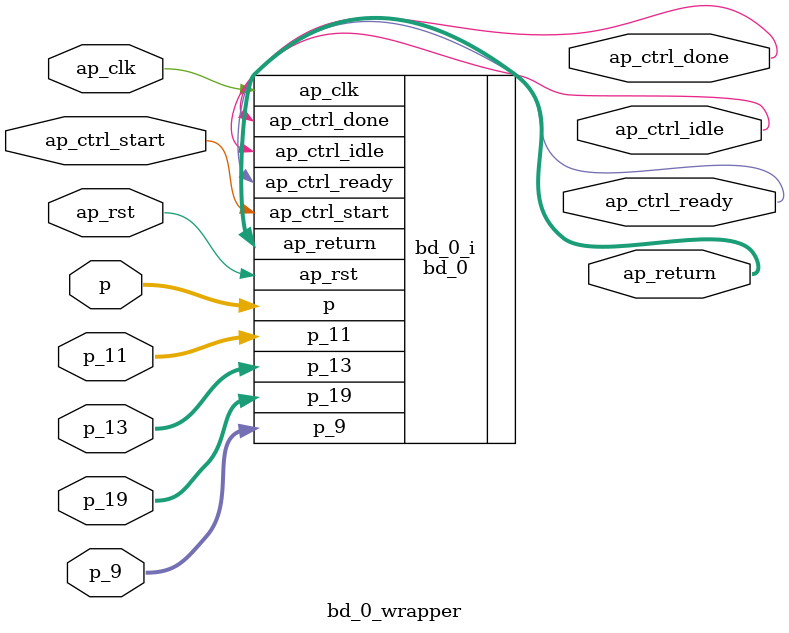
<source format=v>
`timescale 1 ps / 1 ps

module bd_0_wrapper
   (ap_clk,
    ap_ctrl_done,
    ap_ctrl_idle,
    ap_ctrl_ready,
    ap_ctrl_start,
    ap_return,
    ap_rst,
    p,
    p_11,
    p_13,
    p_19,
    p_9);
  input ap_clk;
  output ap_ctrl_done;
  output ap_ctrl_idle;
  output ap_ctrl_ready;
  input ap_ctrl_start;
  output [63:0]ap_return;
  input ap_rst;
  input [7:0]p;
  input [7:0]p_11;
  input [15:0]p_13;
  input [31:0]p_19;
  input [31:0]p_9;

  wire ap_clk;
  wire ap_ctrl_done;
  wire ap_ctrl_idle;
  wire ap_ctrl_ready;
  wire ap_ctrl_start;
  wire [63:0]ap_return;
  wire ap_rst;
  wire [7:0]p;
  wire [7:0]p_11;
  wire [15:0]p_13;
  wire [31:0]p_19;
  wire [31:0]p_9;

  bd_0 bd_0_i
       (.ap_clk(ap_clk),
        .ap_ctrl_done(ap_ctrl_done),
        .ap_ctrl_idle(ap_ctrl_idle),
        .ap_ctrl_ready(ap_ctrl_ready),
        .ap_ctrl_start(ap_ctrl_start),
        .ap_return(ap_return),
        .ap_rst(ap_rst),
        .p(p),
        .p_11(p_11),
        .p_13(p_13),
        .p_19(p_19),
        .p_9(p_9));
endmodule

</source>
